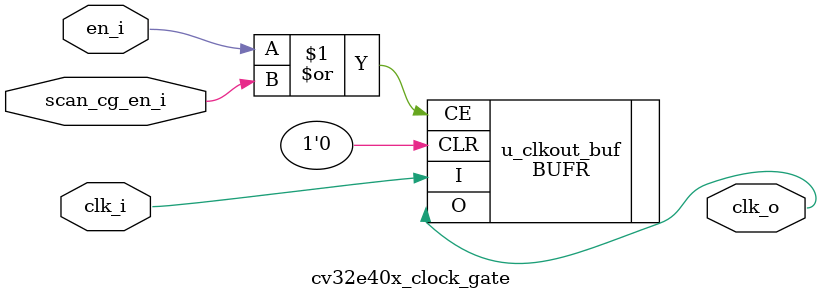
<source format=sv>

module cv32e40x_clock_gate
#(
  parameter LIB = 0
) (
  input  logic clk_i,
  input  logic en_i,
  input  logic scan_cg_en_i,
  output logic clk_o
);

  BUFR u_clkout_buf (
    .O   (clk_o),
    .I   (clk_i),
    .CLR (1'b0),
    .CE  (en_i | scan_cg_en_i)
  );

endmodule // cv32e40x_clock_gate

</source>
